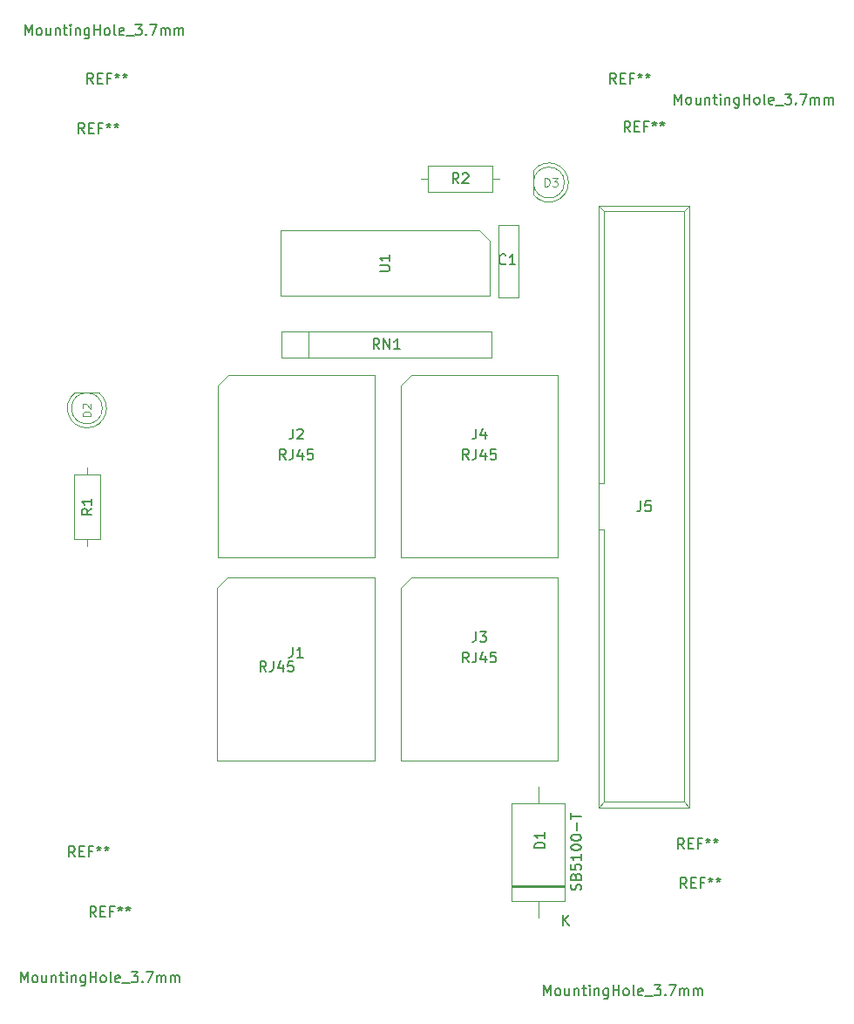
<source format=gbr>
G04 #@! TF.GenerationSoftware,KiCad,Pcbnew,(5.1.5)-3*
G04 #@! TF.CreationDate,2020-04-19T01:14:23-04:00*
G04 #@! TF.ProjectId,Pwr_Diff_Expansion,5077725f-4469-4666-965f-457870616e73,v1*
G04 #@! TF.SameCoordinates,Original*
G04 #@! TF.FileFunction,Other,Fab,Top*
%FSLAX46Y46*%
G04 Gerber Fmt 4.6, Leading zero omitted, Abs format (unit mm)*
G04 Created by KiCad (PCBNEW (5.1.5)-3) date 2020-04-19 01:14:23*
%MOMM*%
%LPD*%
G04 APERTURE LIST*
%ADD10C,0.100000*%
%ADD11C,0.120000*%
%ADD12C,0.150000*%
G04 APERTURE END LIST*
D10*
X97519000Y-93051800D02*
X97519000Y-95551800D01*
X115319000Y-93051800D02*
X94959000Y-93051800D01*
X115319000Y-95551800D02*
X115319000Y-93051800D01*
X94959000Y-95551800D02*
X115319000Y-95551800D01*
X94959000Y-93051800D02*
X94959000Y-95551800D01*
X114171000Y-83252800D02*
X115171000Y-84252800D01*
X94851000Y-83252800D02*
X114171000Y-83252800D01*
X94851000Y-89602800D02*
X94851000Y-83252800D01*
X115171000Y-89602800D02*
X94851000Y-89602800D01*
X115171000Y-84252800D02*
X115171000Y-89602800D01*
D11*
X88726000Y-98262800D02*
X89726000Y-97262800D01*
X89726000Y-97262800D02*
X104026000Y-97262800D01*
X104026000Y-97262800D02*
X104026000Y-115002800D01*
X104026000Y-115002800D02*
X88726000Y-115002800D01*
X88726000Y-115002800D02*
X88726000Y-98262800D01*
X88696000Y-117947800D02*
X89696000Y-116947800D01*
X89696000Y-116947800D02*
X103996000Y-116947800D01*
X103996000Y-116947800D02*
X103996000Y-134687800D01*
X103996000Y-134687800D02*
X88696000Y-134687800D01*
X88696000Y-134687800D02*
X88696000Y-117947800D01*
X106506000Y-117947800D02*
X107506000Y-116947800D01*
X107506000Y-116947800D02*
X121806000Y-116947800D01*
X121806000Y-116947800D02*
X121806000Y-134687800D01*
X121806000Y-134687800D02*
X106506000Y-134687800D01*
X106506000Y-134687800D02*
X106506000Y-117947800D01*
X106506000Y-98262800D02*
X107506000Y-97262800D01*
X107506000Y-97262800D02*
X121806000Y-97262800D01*
X121806000Y-97262800D02*
X121806000Y-115002800D01*
X121806000Y-115002800D02*
X106506000Y-115002800D01*
X106506000Y-115002800D02*
X106506000Y-98262800D01*
D10*
X116001000Y-82713800D02*
X116001000Y-89713800D01*
X118001000Y-82713800D02*
X116001000Y-82713800D01*
X118001000Y-89713800D02*
X118001000Y-82713800D01*
X116001000Y-89713800D02*
X118001000Y-89713800D01*
X116121000Y-78217800D02*
X115461000Y-78217800D01*
X108501000Y-78217800D02*
X109161000Y-78217800D01*
X115461000Y-76967800D02*
X109161000Y-76967800D01*
X115461000Y-79467800D02*
X115461000Y-76967800D01*
X109161000Y-79467800D02*
X115461000Y-79467800D01*
X109161000Y-76967800D02*
X109161000Y-79467800D01*
X74863524Y-99002245D02*
G75*
G03X77195190Y-99002800I1165476J-1500555D01*
G01*
X77529000Y-100502800D02*
G75*
G03X77529000Y-100502800I-1500000J0D01*
G01*
X77195190Y-99002800D02*
X74862810Y-99002800D01*
X119411445Y-79755276D02*
G75*
G03X119412000Y-77423610I1500555J1165476D01*
G01*
X122412000Y-78589800D02*
G75*
G03X122412000Y-78589800I-1500000J0D01*
G01*
X119412000Y-77423610D02*
X119412000Y-79755990D01*
X76049000Y-113882800D02*
X76049000Y-113222800D01*
X76049000Y-106262800D02*
X76049000Y-106922800D01*
X77299000Y-113222800D02*
X77299000Y-106922800D01*
X74799000Y-113222800D02*
X77299000Y-113222800D01*
X74799000Y-106922800D02*
X74799000Y-113222800D01*
X77299000Y-106922800D02*
X74799000Y-106922800D01*
X125746000Y-139277800D02*
X126296000Y-138717800D01*
X125746000Y-80817800D02*
X126296000Y-81357800D01*
X134596000Y-139277800D02*
X134046000Y-138717800D01*
X134596000Y-80817800D02*
X134046000Y-81357800D01*
X134046000Y-138717800D02*
X126296000Y-138717800D01*
X134596000Y-139277800D02*
X125746000Y-139277800D01*
X134046000Y-81357800D02*
X126296000Y-81357800D01*
X134596000Y-80817800D02*
X125746000Y-80817800D01*
X126296000Y-112297800D02*
X125746000Y-112297800D01*
X126296000Y-107797800D02*
X125746000Y-107797800D01*
X126296000Y-112297800D02*
X126296000Y-138717800D01*
X126296000Y-81357800D02*
X126296000Y-107797800D01*
X125746000Y-80817800D02*
X125746000Y-139277800D01*
X134046000Y-81357800D02*
X134046000Y-138717800D01*
X134596000Y-80817800D02*
X134596000Y-139277800D01*
X117271000Y-147002800D02*
X122471000Y-147002800D01*
X117271000Y-146802800D02*
X122471000Y-146802800D01*
X117271000Y-146902800D02*
X122471000Y-146902800D01*
X119871000Y-137227800D02*
X119871000Y-138827800D01*
X119871000Y-149927800D02*
X119871000Y-148327800D01*
X117271000Y-138827800D02*
X117271000Y-148327800D01*
X122471000Y-138827800D02*
X117271000Y-138827800D01*
X122471000Y-148327800D02*
X122471000Y-138827800D01*
X117271000Y-148327800D02*
X122471000Y-148327800D01*
D12*
X104448523Y-94754180D02*
X104115190Y-94277990D01*
X103877095Y-94754180D02*
X103877095Y-93754180D01*
X104258047Y-93754180D01*
X104353285Y-93801800D01*
X104400904Y-93849419D01*
X104448523Y-93944657D01*
X104448523Y-94087514D01*
X104400904Y-94182752D01*
X104353285Y-94230371D01*
X104258047Y-94277990D01*
X103877095Y-94277990D01*
X104877095Y-94754180D02*
X104877095Y-93754180D01*
X105448523Y-94754180D01*
X105448523Y-93754180D01*
X106448523Y-94754180D02*
X105877095Y-94754180D01*
X106162809Y-94754180D02*
X106162809Y-93754180D01*
X106067571Y-93897038D01*
X105972333Y-93992276D01*
X105877095Y-94039895D01*
X104463380Y-87189704D02*
X105272904Y-87189704D01*
X105368142Y-87142085D01*
X105415761Y-87094466D01*
X105463380Y-86999228D01*
X105463380Y-86808752D01*
X105415761Y-86713514D01*
X105368142Y-86665895D01*
X105272904Y-86618276D01*
X104463380Y-86618276D01*
X105463380Y-85618276D02*
X105463380Y-86189704D01*
X105463380Y-85903990D02*
X104463380Y-85903990D01*
X104606238Y-85999228D01*
X104701476Y-86094466D01*
X104749095Y-86189704D01*
X95352190Y-105485180D02*
X95018857Y-105008990D01*
X94780761Y-105485180D02*
X94780761Y-104485180D01*
X95161714Y-104485180D01*
X95256952Y-104532800D01*
X95304571Y-104580419D01*
X95352190Y-104675657D01*
X95352190Y-104818514D01*
X95304571Y-104913752D01*
X95256952Y-104961371D01*
X95161714Y-105008990D01*
X94780761Y-105008990D01*
X96066476Y-104485180D02*
X96066476Y-105199466D01*
X96018857Y-105342323D01*
X95923619Y-105437561D01*
X95780761Y-105485180D01*
X95685523Y-105485180D01*
X96971238Y-104818514D02*
X96971238Y-105485180D01*
X96733142Y-104437561D02*
X96495047Y-105151847D01*
X97114095Y-105151847D01*
X97971238Y-104485180D02*
X97495047Y-104485180D01*
X97447428Y-104961371D01*
X97495047Y-104913752D01*
X97590285Y-104866133D01*
X97828380Y-104866133D01*
X97923619Y-104913752D01*
X97971238Y-104961371D01*
X98018857Y-105056609D01*
X98018857Y-105294704D01*
X97971238Y-105389942D01*
X97923619Y-105437561D01*
X97828380Y-105485180D01*
X97590285Y-105485180D01*
X97495047Y-105437561D01*
X97447428Y-105389942D01*
X96042666Y-102485180D02*
X96042666Y-103199466D01*
X95995047Y-103342323D01*
X95899809Y-103437561D01*
X95756952Y-103485180D01*
X95661714Y-103485180D01*
X96471238Y-102580419D02*
X96518857Y-102532800D01*
X96614095Y-102485180D01*
X96852190Y-102485180D01*
X96947428Y-102532800D01*
X96995047Y-102580419D01*
X97042666Y-102675657D01*
X97042666Y-102770895D01*
X96995047Y-102913752D01*
X96423619Y-103485180D01*
X97042666Y-103485180D01*
X93447190Y-126050180D02*
X93113857Y-125573990D01*
X92875761Y-126050180D02*
X92875761Y-125050180D01*
X93256714Y-125050180D01*
X93351952Y-125097800D01*
X93399571Y-125145419D01*
X93447190Y-125240657D01*
X93447190Y-125383514D01*
X93399571Y-125478752D01*
X93351952Y-125526371D01*
X93256714Y-125573990D01*
X92875761Y-125573990D01*
X94161476Y-125050180D02*
X94161476Y-125764466D01*
X94113857Y-125907323D01*
X94018619Y-126002561D01*
X93875761Y-126050180D01*
X93780523Y-126050180D01*
X95066238Y-125383514D02*
X95066238Y-126050180D01*
X94828142Y-125002561D02*
X94590047Y-125716847D01*
X95209095Y-125716847D01*
X96066238Y-125050180D02*
X95590047Y-125050180D01*
X95542428Y-125526371D01*
X95590047Y-125478752D01*
X95685285Y-125431133D01*
X95923380Y-125431133D01*
X96018619Y-125478752D01*
X96066238Y-125526371D01*
X96113857Y-125621609D01*
X96113857Y-125859704D01*
X96066238Y-125954942D01*
X96018619Y-126002561D01*
X95923380Y-126050180D01*
X95685285Y-126050180D01*
X95590047Y-126002561D01*
X95542428Y-125954942D01*
X96012666Y-123670180D02*
X96012666Y-124384466D01*
X95965047Y-124527323D01*
X95869809Y-124622561D01*
X95726952Y-124670180D01*
X95631714Y-124670180D01*
X97012666Y-124670180D02*
X96441238Y-124670180D01*
X96726952Y-124670180D02*
X96726952Y-123670180D01*
X96631714Y-123813038D01*
X96536476Y-123908276D01*
X96441238Y-123955895D01*
X127427666Y-68972180D02*
X127094333Y-68495990D01*
X126856238Y-68972180D02*
X126856238Y-67972180D01*
X127237190Y-67972180D01*
X127332428Y-68019800D01*
X127380047Y-68067419D01*
X127427666Y-68162657D01*
X127427666Y-68305514D01*
X127380047Y-68400752D01*
X127332428Y-68448371D01*
X127237190Y-68495990D01*
X126856238Y-68495990D01*
X127856238Y-68448371D02*
X128189571Y-68448371D01*
X128332428Y-68972180D02*
X127856238Y-68972180D01*
X127856238Y-67972180D01*
X128332428Y-67972180D01*
X129094333Y-68448371D02*
X128761000Y-68448371D01*
X128761000Y-68972180D02*
X128761000Y-67972180D01*
X129237190Y-67972180D01*
X129761000Y-67972180D02*
X129761000Y-68210276D01*
X129522904Y-68115038D02*
X129761000Y-68210276D01*
X129999095Y-68115038D01*
X129618142Y-68400752D02*
X129761000Y-68210276D01*
X129903857Y-68400752D01*
X130522904Y-67972180D02*
X130522904Y-68210276D01*
X130284809Y-68115038D02*
X130522904Y-68210276D01*
X130761000Y-68115038D01*
X130380047Y-68400752D02*
X130522904Y-68210276D01*
X130665761Y-68400752D01*
X133145523Y-70997180D02*
X133145523Y-69997180D01*
X133478857Y-70711466D01*
X133812190Y-69997180D01*
X133812190Y-70997180D01*
X134431238Y-70997180D02*
X134336000Y-70949561D01*
X134288380Y-70901942D01*
X134240761Y-70806704D01*
X134240761Y-70520990D01*
X134288380Y-70425752D01*
X134336000Y-70378133D01*
X134431238Y-70330514D01*
X134574095Y-70330514D01*
X134669333Y-70378133D01*
X134716952Y-70425752D01*
X134764571Y-70520990D01*
X134764571Y-70806704D01*
X134716952Y-70901942D01*
X134669333Y-70949561D01*
X134574095Y-70997180D01*
X134431238Y-70997180D01*
X135621714Y-70330514D02*
X135621714Y-70997180D01*
X135193142Y-70330514D02*
X135193142Y-70854323D01*
X135240761Y-70949561D01*
X135336000Y-70997180D01*
X135478857Y-70997180D01*
X135574095Y-70949561D01*
X135621714Y-70901942D01*
X136097904Y-70330514D02*
X136097904Y-70997180D01*
X136097904Y-70425752D02*
X136145523Y-70378133D01*
X136240761Y-70330514D01*
X136383619Y-70330514D01*
X136478857Y-70378133D01*
X136526476Y-70473371D01*
X136526476Y-70997180D01*
X136859809Y-70330514D02*
X137240761Y-70330514D01*
X137002666Y-69997180D02*
X137002666Y-70854323D01*
X137050285Y-70949561D01*
X137145523Y-70997180D01*
X137240761Y-70997180D01*
X137574095Y-70997180D02*
X137574095Y-70330514D01*
X137574095Y-69997180D02*
X137526476Y-70044800D01*
X137574095Y-70092419D01*
X137621714Y-70044800D01*
X137574095Y-69997180D01*
X137574095Y-70092419D01*
X138050285Y-70330514D02*
X138050285Y-70997180D01*
X138050285Y-70425752D02*
X138097904Y-70378133D01*
X138193142Y-70330514D01*
X138336000Y-70330514D01*
X138431238Y-70378133D01*
X138478857Y-70473371D01*
X138478857Y-70997180D01*
X139383619Y-70330514D02*
X139383619Y-71140038D01*
X139336000Y-71235276D01*
X139288380Y-71282895D01*
X139193142Y-71330514D01*
X139050285Y-71330514D01*
X138955047Y-71282895D01*
X139383619Y-70949561D02*
X139288380Y-70997180D01*
X139097904Y-70997180D01*
X139002666Y-70949561D01*
X138955047Y-70901942D01*
X138907428Y-70806704D01*
X138907428Y-70520990D01*
X138955047Y-70425752D01*
X139002666Y-70378133D01*
X139097904Y-70330514D01*
X139288380Y-70330514D01*
X139383619Y-70378133D01*
X139859809Y-70997180D02*
X139859809Y-69997180D01*
X139859809Y-70473371D02*
X140431238Y-70473371D01*
X140431238Y-70997180D02*
X140431238Y-69997180D01*
X141050285Y-70997180D02*
X140955047Y-70949561D01*
X140907428Y-70901942D01*
X140859809Y-70806704D01*
X140859809Y-70520990D01*
X140907428Y-70425752D01*
X140955047Y-70378133D01*
X141050285Y-70330514D01*
X141193142Y-70330514D01*
X141288380Y-70378133D01*
X141336000Y-70425752D01*
X141383619Y-70520990D01*
X141383619Y-70806704D01*
X141336000Y-70901942D01*
X141288380Y-70949561D01*
X141193142Y-70997180D01*
X141050285Y-70997180D01*
X141955047Y-70997180D02*
X141859809Y-70949561D01*
X141812190Y-70854323D01*
X141812190Y-69997180D01*
X142716952Y-70949561D02*
X142621714Y-70997180D01*
X142431238Y-70997180D01*
X142336000Y-70949561D01*
X142288380Y-70854323D01*
X142288380Y-70473371D01*
X142336000Y-70378133D01*
X142431238Y-70330514D01*
X142621714Y-70330514D01*
X142716952Y-70378133D01*
X142764571Y-70473371D01*
X142764571Y-70568609D01*
X142288380Y-70663847D01*
X142955047Y-71092419D02*
X143716952Y-71092419D01*
X143859809Y-69997180D02*
X144478857Y-69997180D01*
X144145523Y-70378133D01*
X144288380Y-70378133D01*
X144383619Y-70425752D01*
X144431238Y-70473371D01*
X144478857Y-70568609D01*
X144478857Y-70806704D01*
X144431238Y-70901942D01*
X144383619Y-70949561D01*
X144288380Y-70997180D01*
X144002666Y-70997180D01*
X143907428Y-70949561D01*
X143859809Y-70901942D01*
X144907428Y-70901942D02*
X144955047Y-70949561D01*
X144907428Y-70997180D01*
X144859809Y-70949561D01*
X144907428Y-70901942D01*
X144907428Y-70997180D01*
X145288380Y-69997180D02*
X145955047Y-69997180D01*
X145526476Y-70997180D01*
X146336000Y-70997180D02*
X146336000Y-70330514D01*
X146336000Y-70425752D02*
X146383619Y-70378133D01*
X146478857Y-70330514D01*
X146621714Y-70330514D01*
X146716952Y-70378133D01*
X146764571Y-70473371D01*
X146764571Y-70997180D01*
X146764571Y-70473371D02*
X146812190Y-70378133D01*
X146907428Y-70330514D01*
X147050285Y-70330514D01*
X147145523Y-70378133D01*
X147193142Y-70473371D01*
X147193142Y-70997180D01*
X147669333Y-70997180D02*
X147669333Y-70330514D01*
X147669333Y-70425752D02*
X147716952Y-70378133D01*
X147812190Y-70330514D01*
X147955047Y-70330514D01*
X148050285Y-70378133D01*
X148097904Y-70473371D01*
X148097904Y-70997180D01*
X148097904Y-70473371D02*
X148145523Y-70378133D01*
X148240761Y-70330514D01*
X148383619Y-70330514D01*
X148478857Y-70378133D01*
X148526476Y-70473371D01*
X148526476Y-70997180D01*
X128827666Y-73672180D02*
X128494333Y-73195990D01*
X128256238Y-73672180D02*
X128256238Y-72672180D01*
X128637190Y-72672180D01*
X128732428Y-72719800D01*
X128780047Y-72767419D01*
X128827666Y-72862657D01*
X128827666Y-73005514D01*
X128780047Y-73100752D01*
X128732428Y-73148371D01*
X128637190Y-73195990D01*
X128256238Y-73195990D01*
X129256238Y-73148371D02*
X129589571Y-73148371D01*
X129732428Y-73672180D02*
X129256238Y-73672180D01*
X129256238Y-72672180D01*
X129732428Y-72672180D01*
X130494333Y-73148371D02*
X130161000Y-73148371D01*
X130161000Y-73672180D02*
X130161000Y-72672180D01*
X130637190Y-72672180D01*
X131161000Y-72672180D02*
X131161000Y-72910276D01*
X130922904Y-72815038D02*
X131161000Y-72910276D01*
X131399095Y-72815038D01*
X131018142Y-73100752D02*
X131161000Y-72910276D01*
X131303857Y-73100752D01*
X131922904Y-72672180D02*
X131922904Y-72910276D01*
X131684809Y-72815038D02*
X131922904Y-72910276D01*
X132161000Y-72815038D01*
X131780047Y-73100752D02*
X131922904Y-72910276D01*
X132065761Y-73100752D01*
X113132190Y-125170180D02*
X112798857Y-124693990D01*
X112560761Y-125170180D02*
X112560761Y-124170180D01*
X112941714Y-124170180D01*
X113036952Y-124217800D01*
X113084571Y-124265419D01*
X113132190Y-124360657D01*
X113132190Y-124503514D01*
X113084571Y-124598752D01*
X113036952Y-124646371D01*
X112941714Y-124693990D01*
X112560761Y-124693990D01*
X113846476Y-124170180D02*
X113846476Y-124884466D01*
X113798857Y-125027323D01*
X113703619Y-125122561D01*
X113560761Y-125170180D01*
X113465523Y-125170180D01*
X114751238Y-124503514D02*
X114751238Y-125170180D01*
X114513142Y-124122561D02*
X114275047Y-124836847D01*
X114894095Y-124836847D01*
X115751238Y-124170180D02*
X115275047Y-124170180D01*
X115227428Y-124646371D01*
X115275047Y-124598752D01*
X115370285Y-124551133D01*
X115608380Y-124551133D01*
X115703619Y-124598752D01*
X115751238Y-124646371D01*
X115798857Y-124741609D01*
X115798857Y-124979704D01*
X115751238Y-125074942D01*
X115703619Y-125122561D01*
X115608380Y-125170180D01*
X115370285Y-125170180D01*
X115275047Y-125122561D01*
X115227428Y-125074942D01*
X113822666Y-122170180D02*
X113822666Y-122884466D01*
X113775047Y-123027323D01*
X113679809Y-123122561D01*
X113536952Y-123170180D01*
X113441714Y-123170180D01*
X114203619Y-122170180D02*
X114822666Y-122170180D01*
X114489333Y-122551133D01*
X114632190Y-122551133D01*
X114727428Y-122598752D01*
X114775047Y-122646371D01*
X114822666Y-122741609D01*
X114822666Y-122979704D01*
X114775047Y-123074942D01*
X114727428Y-123122561D01*
X114632190Y-123170180D01*
X114346476Y-123170180D01*
X114251238Y-123122561D01*
X114203619Y-123074942D01*
X113132190Y-105485180D02*
X112798857Y-105008990D01*
X112560761Y-105485180D02*
X112560761Y-104485180D01*
X112941714Y-104485180D01*
X113036952Y-104532800D01*
X113084571Y-104580419D01*
X113132190Y-104675657D01*
X113132190Y-104818514D01*
X113084571Y-104913752D01*
X113036952Y-104961371D01*
X112941714Y-105008990D01*
X112560761Y-105008990D01*
X113846476Y-104485180D02*
X113846476Y-105199466D01*
X113798857Y-105342323D01*
X113703619Y-105437561D01*
X113560761Y-105485180D01*
X113465523Y-105485180D01*
X114751238Y-104818514D02*
X114751238Y-105485180D01*
X114513142Y-104437561D02*
X114275047Y-105151847D01*
X114894095Y-105151847D01*
X115751238Y-104485180D02*
X115275047Y-104485180D01*
X115227428Y-104961371D01*
X115275047Y-104913752D01*
X115370285Y-104866133D01*
X115608380Y-104866133D01*
X115703619Y-104913752D01*
X115751238Y-104961371D01*
X115798857Y-105056609D01*
X115798857Y-105294704D01*
X115751238Y-105389942D01*
X115703619Y-105437561D01*
X115608380Y-105485180D01*
X115370285Y-105485180D01*
X115275047Y-105437561D01*
X115227428Y-105389942D01*
X113822666Y-102485180D02*
X113822666Y-103199466D01*
X113775047Y-103342323D01*
X113679809Y-103437561D01*
X113536952Y-103485180D01*
X113441714Y-103485180D01*
X114727428Y-102818514D02*
X114727428Y-103485180D01*
X114489333Y-102437561D02*
X114251238Y-103151847D01*
X114870285Y-103151847D01*
X76627666Y-68972180D02*
X76294333Y-68495990D01*
X76056238Y-68972180D02*
X76056238Y-67972180D01*
X76437190Y-67972180D01*
X76532428Y-68019800D01*
X76580047Y-68067419D01*
X76627666Y-68162657D01*
X76627666Y-68305514D01*
X76580047Y-68400752D01*
X76532428Y-68448371D01*
X76437190Y-68495990D01*
X76056238Y-68495990D01*
X77056238Y-68448371D02*
X77389571Y-68448371D01*
X77532428Y-68972180D02*
X77056238Y-68972180D01*
X77056238Y-67972180D01*
X77532428Y-67972180D01*
X78294333Y-68448371D02*
X77961000Y-68448371D01*
X77961000Y-68972180D02*
X77961000Y-67972180D01*
X78437190Y-67972180D01*
X78961000Y-67972180D02*
X78961000Y-68210276D01*
X78722904Y-68115038D02*
X78961000Y-68210276D01*
X79199095Y-68115038D01*
X78818142Y-68400752D02*
X78961000Y-68210276D01*
X79103857Y-68400752D01*
X79722904Y-67972180D02*
X79722904Y-68210276D01*
X79484809Y-68115038D02*
X79722904Y-68210276D01*
X79961000Y-68115038D01*
X79580047Y-68400752D02*
X79722904Y-68210276D01*
X79865761Y-68400752D01*
X70016523Y-64274180D02*
X70016523Y-63274180D01*
X70349857Y-63988466D01*
X70683190Y-63274180D01*
X70683190Y-64274180D01*
X71302238Y-64274180D02*
X71207000Y-64226561D01*
X71159380Y-64178942D01*
X71111761Y-64083704D01*
X71111761Y-63797990D01*
X71159380Y-63702752D01*
X71207000Y-63655133D01*
X71302238Y-63607514D01*
X71445095Y-63607514D01*
X71540333Y-63655133D01*
X71587952Y-63702752D01*
X71635571Y-63797990D01*
X71635571Y-64083704D01*
X71587952Y-64178942D01*
X71540333Y-64226561D01*
X71445095Y-64274180D01*
X71302238Y-64274180D01*
X72492714Y-63607514D02*
X72492714Y-64274180D01*
X72064142Y-63607514D02*
X72064142Y-64131323D01*
X72111761Y-64226561D01*
X72207000Y-64274180D01*
X72349857Y-64274180D01*
X72445095Y-64226561D01*
X72492714Y-64178942D01*
X72968904Y-63607514D02*
X72968904Y-64274180D01*
X72968904Y-63702752D02*
X73016523Y-63655133D01*
X73111761Y-63607514D01*
X73254619Y-63607514D01*
X73349857Y-63655133D01*
X73397476Y-63750371D01*
X73397476Y-64274180D01*
X73730809Y-63607514D02*
X74111761Y-63607514D01*
X73873666Y-63274180D02*
X73873666Y-64131323D01*
X73921285Y-64226561D01*
X74016523Y-64274180D01*
X74111761Y-64274180D01*
X74445095Y-64274180D02*
X74445095Y-63607514D01*
X74445095Y-63274180D02*
X74397476Y-63321800D01*
X74445095Y-63369419D01*
X74492714Y-63321800D01*
X74445095Y-63274180D01*
X74445095Y-63369419D01*
X74921285Y-63607514D02*
X74921285Y-64274180D01*
X74921285Y-63702752D02*
X74968904Y-63655133D01*
X75064142Y-63607514D01*
X75207000Y-63607514D01*
X75302238Y-63655133D01*
X75349857Y-63750371D01*
X75349857Y-64274180D01*
X76254619Y-63607514D02*
X76254619Y-64417038D01*
X76207000Y-64512276D01*
X76159380Y-64559895D01*
X76064142Y-64607514D01*
X75921285Y-64607514D01*
X75826047Y-64559895D01*
X76254619Y-64226561D02*
X76159380Y-64274180D01*
X75968904Y-64274180D01*
X75873666Y-64226561D01*
X75826047Y-64178942D01*
X75778428Y-64083704D01*
X75778428Y-63797990D01*
X75826047Y-63702752D01*
X75873666Y-63655133D01*
X75968904Y-63607514D01*
X76159380Y-63607514D01*
X76254619Y-63655133D01*
X76730809Y-64274180D02*
X76730809Y-63274180D01*
X76730809Y-63750371D02*
X77302238Y-63750371D01*
X77302238Y-64274180D02*
X77302238Y-63274180D01*
X77921285Y-64274180D02*
X77826047Y-64226561D01*
X77778428Y-64178942D01*
X77730809Y-64083704D01*
X77730809Y-63797990D01*
X77778428Y-63702752D01*
X77826047Y-63655133D01*
X77921285Y-63607514D01*
X78064142Y-63607514D01*
X78159380Y-63655133D01*
X78207000Y-63702752D01*
X78254619Y-63797990D01*
X78254619Y-64083704D01*
X78207000Y-64178942D01*
X78159380Y-64226561D01*
X78064142Y-64274180D01*
X77921285Y-64274180D01*
X78826047Y-64274180D02*
X78730809Y-64226561D01*
X78683190Y-64131323D01*
X78683190Y-63274180D01*
X79587952Y-64226561D02*
X79492714Y-64274180D01*
X79302238Y-64274180D01*
X79207000Y-64226561D01*
X79159380Y-64131323D01*
X79159380Y-63750371D01*
X79207000Y-63655133D01*
X79302238Y-63607514D01*
X79492714Y-63607514D01*
X79587952Y-63655133D01*
X79635571Y-63750371D01*
X79635571Y-63845609D01*
X79159380Y-63940847D01*
X79826047Y-64369419D02*
X80587952Y-64369419D01*
X80730809Y-63274180D02*
X81349857Y-63274180D01*
X81016523Y-63655133D01*
X81159380Y-63655133D01*
X81254619Y-63702752D01*
X81302238Y-63750371D01*
X81349857Y-63845609D01*
X81349857Y-64083704D01*
X81302238Y-64178942D01*
X81254619Y-64226561D01*
X81159380Y-64274180D01*
X80873666Y-64274180D01*
X80778428Y-64226561D01*
X80730809Y-64178942D01*
X81778428Y-64178942D02*
X81826047Y-64226561D01*
X81778428Y-64274180D01*
X81730809Y-64226561D01*
X81778428Y-64178942D01*
X81778428Y-64274180D01*
X82159380Y-63274180D02*
X82826047Y-63274180D01*
X82397476Y-64274180D01*
X83206999Y-64274180D02*
X83206999Y-63607514D01*
X83206999Y-63702752D02*
X83254619Y-63655133D01*
X83349857Y-63607514D01*
X83492714Y-63607514D01*
X83587952Y-63655133D01*
X83635571Y-63750371D01*
X83635571Y-64274180D01*
X83635571Y-63750371D02*
X83683190Y-63655133D01*
X83778428Y-63607514D01*
X83921285Y-63607514D01*
X84016523Y-63655133D01*
X84064142Y-63750371D01*
X84064142Y-64274180D01*
X84540333Y-64274180D02*
X84540333Y-63607514D01*
X84540333Y-63702752D02*
X84587952Y-63655133D01*
X84683190Y-63607514D01*
X84826047Y-63607514D01*
X84921285Y-63655133D01*
X84968904Y-63750371D01*
X84968904Y-64274180D01*
X84968904Y-63750371D02*
X85016523Y-63655133D01*
X85111761Y-63607514D01*
X85254619Y-63607514D01*
X85349857Y-63655133D01*
X85397476Y-63750371D01*
X85397476Y-64274180D01*
X75797666Y-73820180D02*
X75464333Y-73343990D01*
X75226238Y-73820180D02*
X75226238Y-72820180D01*
X75607190Y-72820180D01*
X75702428Y-72867800D01*
X75750047Y-72915419D01*
X75797666Y-73010657D01*
X75797666Y-73153514D01*
X75750047Y-73248752D01*
X75702428Y-73296371D01*
X75607190Y-73343990D01*
X75226238Y-73343990D01*
X76226238Y-73296371D02*
X76559571Y-73296371D01*
X76702428Y-73820180D02*
X76226238Y-73820180D01*
X76226238Y-72820180D01*
X76702428Y-72820180D01*
X77464333Y-73296371D02*
X77131000Y-73296371D01*
X77131000Y-73820180D02*
X77131000Y-72820180D01*
X77607190Y-72820180D01*
X78131000Y-72820180D02*
X78131000Y-73058276D01*
X77892904Y-72963038D02*
X78131000Y-73058276D01*
X78369095Y-72963038D01*
X77988142Y-73248752D02*
X78131000Y-73058276D01*
X78273857Y-73248752D01*
X78892904Y-72820180D02*
X78892904Y-73058276D01*
X78654809Y-72963038D02*
X78892904Y-73058276D01*
X79131000Y-72963038D01*
X78750047Y-73248752D02*
X78892904Y-73058276D01*
X79035761Y-73248752D01*
X134285666Y-147078180D02*
X133952333Y-146601990D01*
X133714238Y-147078180D02*
X133714238Y-146078180D01*
X134095190Y-146078180D01*
X134190428Y-146125800D01*
X134238047Y-146173419D01*
X134285666Y-146268657D01*
X134285666Y-146411514D01*
X134238047Y-146506752D01*
X134190428Y-146554371D01*
X134095190Y-146601990D01*
X133714238Y-146601990D01*
X134714238Y-146554371D02*
X135047571Y-146554371D01*
X135190428Y-147078180D02*
X134714238Y-147078180D01*
X134714238Y-146078180D01*
X135190428Y-146078180D01*
X135952333Y-146554371D02*
X135619000Y-146554371D01*
X135619000Y-147078180D02*
X135619000Y-146078180D01*
X136095190Y-146078180D01*
X136619000Y-146078180D02*
X136619000Y-146316276D01*
X136380904Y-146221038D02*
X136619000Y-146316276D01*
X136857095Y-146221038D01*
X136476142Y-146506752D02*
X136619000Y-146316276D01*
X136761857Y-146506752D01*
X137380904Y-146078180D02*
X137380904Y-146316276D01*
X137142809Y-146221038D02*
X137380904Y-146316276D01*
X137619000Y-146221038D01*
X137238047Y-146506752D02*
X137380904Y-146316276D01*
X137523761Y-146506752D01*
X120435523Y-157492180D02*
X120435523Y-156492180D01*
X120768857Y-157206466D01*
X121102190Y-156492180D01*
X121102190Y-157492180D01*
X121721238Y-157492180D02*
X121626000Y-157444561D01*
X121578380Y-157396942D01*
X121530761Y-157301704D01*
X121530761Y-157015990D01*
X121578380Y-156920752D01*
X121626000Y-156873133D01*
X121721238Y-156825514D01*
X121864095Y-156825514D01*
X121959333Y-156873133D01*
X122006952Y-156920752D01*
X122054571Y-157015990D01*
X122054571Y-157301704D01*
X122006952Y-157396942D01*
X121959333Y-157444561D01*
X121864095Y-157492180D01*
X121721238Y-157492180D01*
X122911714Y-156825514D02*
X122911714Y-157492180D01*
X122483142Y-156825514D02*
X122483142Y-157349323D01*
X122530761Y-157444561D01*
X122626000Y-157492180D01*
X122768857Y-157492180D01*
X122864095Y-157444561D01*
X122911714Y-157396942D01*
X123387904Y-156825514D02*
X123387904Y-157492180D01*
X123387904Y-156920752D02*
X123435523Y-156873133D01*
X123530761Y-156825514D01*
X123673619Y-156825514D01*
X123768857Y-156873133D01*
X123816476Y-156968371D01*
X123816476Y-157492180D01*
X124149809Y-156825514D02*
X124530761Y-156825514D01*
X124292666Y-156492180D02*
X124292666Y-157349323D01*
X124340285Y-157444561D01*
X124435523Y-157492180D01*
X124530761Y-157492180D01*
X124864095Y-157492180D02*
X124864095Y-156825514D01*
X124864095Y-156492180D02*
X124816476Y-156539800D01*
X124864095Y-156587419D01*
X124911714Y-156539800D01*
X124864095Y-156492180D01*
X124864095Y-156587419D01*
X125340285Y-156825514D02*
X125340285Y-157492180D01*
X125340285Y-156920752D02*
X125387904Y-156873133D01*
X125483142Y-156825514D01*
X125626000Y-156825514D01*
X125721238Y-156873133D01*
X125768857Y-156968371D01*
X125768857Y-157492180D01*
X126673619Y-156825514D02*
X126673619Y-157635038D01*
X126626000Y-157730276D01*
X126578380Y-157777895D01*
X126483142Y-157825514D01*
X126340285Y-157825514D01*
X126245047Y-157777895D01*
X126673619Y-157444561D02*
X126578380Y-157492180D01*
X126387904Y-157492180D01*
X126292666Y-157444561D01*
X126245047Y-157396942D01*
X126197428Y-157301704D01*
X126197428Y-157015990D01*
X126245047Y-156920752D01*
X126292666Y-156873133D01*
X126387904Y-156825514D01*
X126578380Y-156825514D01*
X126673619Y-156873133D01*
X127149809Y-157492180D02*
X127149809Y-156492180D01*
X127149809Y-156968371D02*
X127721238Y-156968371D01*
X127721238Y-157492180D02*
X127721238Y-156492180D01*
X128340285Y-157492180D02*
X128245047Y-157444561D01*
X128197428Y-157396942D01*
X128149809Y-157301704D01*
X128149809Y-157015990D01*
X128197428Y-156920752D01*
X128245047Y-156873133D01*
X128340285Y-156825514D01*
X128483142Y-156825514D01*
X128578380Y-156873133D01*
X128626000Y-156920752D01*
X128673619Y-157015990D01*
X128673619Y-157301704D01*
X128626000Y-157396942D01*
X128578380Y-157444561D01*
X128483142Y-157492180D01*
X128340285Y-157492180D01*
X129245047Y-157492180D02*
X129149809Y-157444561D01*
X129102190Y-157349323D01*
X129102190Y-156492180D01*
X130006952Y-157444561D02*
X129911714Y-157492180D01*
X129721238Y-157492180D01*
X129626000Y-157444561D01*
X129578380Y-157349323D01*
X129578380Y-156968371D01*
X129626000Y-156873133D01*
X129721238Y-156825514D01*
X129911714Y-156825514D01*
X130006952Y-156873133D01*
X130054571Y-156968371D01*
X130054571Y-157063609D01*
X129578380Y-157158847D01*
X130245047Y-157587419D02*
X131006952Y-157587419D01*
X131149809Y-156492180D02*
X131768857Y-156492180D01*
X131435523Y-156873133D01*
X131578380Y-156873133D01*
X131673619Y-156920752D01*
X131721238Y-156968371D01*
X131768857Y-157063609D01*
X131768857Y-157301704D01*
X131721238Y-157396942D01*
X131673619Y-157444561D01*
X131578380Y-157492180D01*
X131292666Y-157492180D01*
X131197428Y-157444561D01*
X131149809Y-157396942D01*
X132197428Y-157396942D02*
X132245047Y-157444561D01*
X132197428Y-157492180D01*
X132149809Y-157444561D01*
X132197428Y-157396942D01*
X132197428Y-157492180D01*
X132578380Y-156492180D02*
X133245047Y-156492180D01*
X132816476Y-157492180D01*
X133625999Y-157492180D02*
X133625999Y-156825514D01*
X133625999Y-156920752D02*
X133673619Y-156873133D01*
X133768857Y-156825514D01*
X133911714Y-156825514D01*
X134006952Y-156873133D01*
X134054571Y-156968371D01*
X134054571Y-157492180D01*
X134054571Y-156968371D02*
X134102190Y-156873133D01*
X134197428Y-156825514D01*
X134340285Y-156825514D01*
X134435523Y-156873133D01*
X134483142Y-156968371D01*
X134483142Y-157492180D01*
X134959333Y-157492180D02*
X134959333Y-156825514D01*
X134959333Y-156920752D02*
X135006952Y-156873133D01*
X135102190Y-156825514D01*
X135245047Y-156825514D01*
X135340285Y-156873133D01*
X135387904Y-156968371D01*
X135387904Y-157492180D01*
X135387904Y-156968371D02*
X135435523Y-156873133D01*
X135530761Y-156825514D01*
X135673619Y-156825514D01*
X135768857Y-156873133D01*
X135816476Y-156968371D01*
X135816476Y-157492180D01*
X134031666Y-143268180D02*
X133698333Y-142791990D01*
X133460238Y-143268180D02*
X133460238Y-142268180D01*
X133841190Y-142268180D01*
X133936428Y-142315800D01*
X133984047Y-142363419D01*
X134031666Y-142458657D01*
X134031666Y-142601514D01*
X133984047Y-142696752D01*
X133936428Y-142744371D01*
X133841190Y-142791990D01*
X133460238Y-142791990D01*
X134460238Y-142744371D02*
X134793571Y-142744371D01*
X134936428Y-143268180D02*
X134460238Y-143268180D01*
X134460238Y-142268180D01*
X134936428Y-142268180D01*
X135698333Y-142744371D02*
X135365000Y-142744371D01*
X135365000Y-143268180D02*
X135365000Y-142268180D01*
X135841190Y-142268180D01*
X136365000Y-142268180D02*
X136365000Y-142506276D01*
X136126904Y-142411038D02*
X136365000Y-142506276D01*
X136603095Y-142411038D01*
X136222142Y-142696752D02*
X136365000Y-142506276D01*
X136507857Y-142696752D01*
X137126904Y-142268180D02*
X137126904Y-142506276D01*
X136888809Y-142411038D02*
X137126904Y-142506276D01*
X137365000Y-142411038D01*
X136984047Y-142696752D02*
X137126904Y-142506276D01*
X137269761Y-142696752D01*
X74849666Y-144030180D02*
X74516333Y-143553990D01*
X74278238Y-144030180D02*
X74278238Y-143030180D01*
X74659190Y-143030180D01*
X74754428Y-143077800D01*
X74802047Y-143125419D01*
X74849666Y-143220657D01*
X74849666Y-143363514D01*
X74802047Y-143458752D01*
X74754428Y-143506371D01*
X74659190Y-143553990D01*
X74278238Y-143553990D01*
X75278238Y-143506371D02*
X75611571Y-143506371D01*
X75754428Y-144030180D02*
X75278238Y-144030180D01*
X75278238Y-143030180D01*
X75754428Y-143030180D01*
X76516333Y-143506371D02*
X76183000Y-143506371D01*
X76183000Y-144030180D02*
X76183000Y-143030180D01*
X76659190Y-143030180D01*
X77183000Y-143030180D02*
X77183000Y-143268276D01*
X76944904Y-143173038D02*
X77183000Y-143268276D01*
X77421095Y-143173038D01*
X77040142Y-143458752D02*
X77183000Y-143268276D01*
X77325857Y-143458752D01*
X77944904Y-143030180D02*
X77944904Y-143268276D01*
X77706809Y-143173038D02*
X77944904Y-143268276D01*
X78183000Y-143173038D01*
X77802047Y-143458752D02*
X77944904Y-143268276D01*
X78087761Y-143458752D01*
X69635523Y-156222180D02*
X69635523Y-155222180D01*
X69968857Y-155936466D01*
X70302190Y-155222180D01*
X70302190Y-156222180D01*
X70921238Y-156222180D02*
X70826000Y-156174561D01*
X70778380Y-156126942D01*
X70730761Y-156031704D01*
X70730761Y-155745990D01*
X70778380Y-155650752D01*
X70826000Y-155603133D01*
X70921238Y-155555514D01*
X71064095Y-155555514D01*
X71159333Y-155603133D01*
X71206952Y-155650752D01*
X71254571Y-155745990D01*
X71254571Y-156031704D01*
X71206952Y-156126942D01*
X71159333Y-156174561D01*
X71064095Y-156222180D01*
X70921238Y-156222180D01*
X72111714Y-155555514D02*
X72111714Y-156222180D01*
X71683142Y-155555514D02*
X71683142Y-156079323D01*
X71730761Y-156174561D01*
X71826000Y-156222180D01*
X71968857Y-156222180D01*
X72064095Y-156174561D01*
X72111714Y-156126942D01*
X72587904Y-155555514D02*
X72587904Y-156222180D01*
X72587904Y-155650752D02*
X72635523Y-155603133D01*
X72730761Y-155555514D01*
X72873619Y-155555514D01*
X72968857Y-155603133D01*
X73016476Y-155698371D01*
X73016476Y-156222180D01*
X73349809Y-155555514D02*
X73730761Y-155555514D01*
X73492666Y-155222180D02*
X73492666Y-156079323D01*
X73540285Y-156174561D01*
X73635523Y-156222180D01*
X73730761Y-156222180D01*
X74064095Y-156222180D02*
X74064095Y-155555514D01*
X74064095Y-155222180D02*
X74016476Y-155269800D01*
X74064095Y-155317419D01*
X74111714Y-155269800D01*
X74064095Y-155222180D01*
X74064095Y-155317419D01*
X74540285Y-155555514D02*
X74540285Y-156222180D01*
X74540285Y-155650752D02*
X74587904Y-155603133D01*
X74683142Y-155555514D01*
X74826000Y-155555514D01*
X74921238Y-155603133D01*
X74968857Y-155698371D01*
X74968857Y-156222180D01*
X75873619Y-155555514D02*
X75873619Y-156365038D01*
X75826000Y-156460276D01*
X75778380Y-156507895D01*
X75683142Y-156555514D01*
X75540285Y-156555514D01*
X75445047Y-156507895D01*
X75873619Y-156174561D02*
X75778380Y-156222180D01*
X75587904Y-156222180D01*
X75492666Y-156174561D01*
X75445047Y-156126942D01*
X75397428Y-156031704D01*
X75397428Y-155745990D01*
X75445047Y-155650752D01*
X75492666Y-155603133D01*
X75587904Y-155555514D01*
X75778380Y-155555514D01*
X75873619Y-155603133D01*
X76349809Y-156222180D02*
X76349809Y-155222180D01*
X76349809Y-155698371D02*
X76921238Y-155698371D01*
X76921238Y-156222180D02*
X76921238Y-155222180D01*
X77540285Y-156222180D02*
X77445047Y-156174561D01*
X77397428Y-156126942D01*
X77349809Y-156031704D01*
X77349809Y-155745990D01*
X77397428Y-155650752D01*
X77445047Y-155603133D01*
X77540285Y-155555514D01*
X77683142Y-155555514D01*
X77778380Y-155603133D01*
X77826000Y-155650752D01*
X77873619Y-155745990D01*
X77873619Y-156031704D01*
X77826000Y-156126942D01*
X77778380Y-156174561D01*
X77683142Y-156222180D01*
X77540285Y-156222180D01*
X78445047Y-156222180D02*
X78349809Y-156174561D01*
X78302190Y-156079323D01*
X78302190Y-155222180D01*
X79206952Y-156174561D02*
X79111714Y-156222180D01*
X78921238Y-156222180D01*
X78826000Y-156174561D01*
X78778380Y-156079323D01*
X78778380Y-155698371D01*
X78826000Y-155603133D01*
X78921238Y-155555514D01*
X79111714Y-155555514D01*
X79206952Y-155603133D01*
X79254571Y-155698371D01*
X79254571Y-155793609D01*
X78778380Y-155888847D01*
X79445047Y-156317419D02*
X80206952Y-156317419D01*
X80349809Y-155222180D02*
X80968857Y-155222180D01*
X80635523Y-155603133D01*
X80778380Y-155603133D01*
X80873619Y-155650752D01*
X80921238Y-155698371D01*
X80968857Y-155793609D01*
X80968857Y-156031704D01*
X80921238Y-156126942D01*
X80873619Y-156174561D01*
X80778380Y-156222180D01*
X80492666Y-156222180D01*
X80397428Y-156174561D01*
X80349809Y-156126942D01*
X81397428Y-156126942D02*
X81445047Y-156174561D01*
X81397428Y-156222180D01*
X81349809Y-156174561D01*
X81397428Y-156126942D01*
X81397428Y-156222180D01*
X81778380Y-155222180D02*
X82445047Y-155222180D01*
X82016476Y-156222180D01*
X82825999Y-156222180D02*
X82825999Y-155555514D01*
X82825999Y-155650752D02*
X82873619Y-155603133D01*
X82968857Y-155555514D01*
X83111714Y-155555514D01*
X83206952Y-155603133D01*
X83254571Y-155698371D01*
X83254571Y-156222180D01*
X83254571Y-155698371D02*
X83302190Y-155603133D01*
X83397428Y-155555514D01*
X83540285Y-155555514D01*
X83635523Y-155603133D01*
X83683142Y-155698371D01*
X83683142Y-156222180D01*
X84159333Y-156222180D02*
X84159333Y-155555514D01*
X84159333Y-155650752D02*
X84206952Y-155603133D01*
X84302190Y-155555514D01*
X84445047Y-155555514D01*
X84540285Y-155603133D01*
X84587904Y-155698371D01*
X84587904Y-156222180D01*
X84587904Y-155698371D02*
X84635523Y-155603133D01*
X84730761Y-155555514D01*
X84873619Y-155555514D01*
X84968857Y-155603133D01*
X85016476Y-155698371D01*
X85016476Y-156222180D01*
X76927666Y-149872180D02*
X76594333Y-149395990D01*
X76356238Y-149872180D02*
X76356238Y-148872180D01*
X76737190Y-148872180D01*
X76832428Y-148919800D01*
X76880047Y-148967419D01*
X76927666Y-149062657D01*
X76927666Y-149205514D01*
X76880047Y-149300752D01*
X76832428Y-149348371D01*
X76737190Y-149395990D01*
X76356238Y-149395990D01*
X77356238Y-149348371D02*
X77689571Y-149348371D01*
X77832428Y-149872180D02*
X77356238Y-149872180D01*
X77356238Y-148872180D01*
X77832428Y-148872180D01*
X78594333Y-149348371D02*
X78261000Y-149348371D01*
X78261000Y-149872180D02*
X78261000Y-148872180D01*
X78737190Y-148872180D01*
X79261000Y-148872180D02*
X79261000Y-149110276D01*
X79022904Y-149015038D02*
X79261000Y-149110276D01*
X79499095Y-149015038D01*
X79118142Y-149300752D02*
X79261000Y-149110276D01*
X79403857Y-149300752D01*
X80022904Y-148872180D02*
X80022904Y-149110276D01*
X79784809Y-149015038D02*
X80022904Y-149110276D01*
X80261000Y-149015038D01*
X79880047Y-149300752D02*
X80022904Y-149110276D01*
X80165761Y-149300752D01*
X116696333Y-86450942D02*
X116648714Y-86498561D01*
X116505857Y-86546180D01*
X116410619Y-86546180D01*
X116267761Y-86498561D01*
X116172523Y-86403323D01*
X116124904Y-86308085D01*
X116077285Y-86117609D01*
X116077285Y-85974752D01*
X116124904Y-85784276D01*
X116172523Y-85689038D01*
X116267761Y-85593800D01*
X116410619Y-85546180D01*
X116505857Y-85546180D01*
X116648714Y-85593800D01*
X116696333Y-85641419D01*
X117648714Y-86546180D02*
X117077285Y-86546180D01*
X117363000Y-86546180D02*
X117363000Y-85546180D01*
X117267761Y-85689038D01*
X117172523Y-85784276D01*
X117077285Y-85831895D01*
X112144333Y-78670180D02*
X111811000Y-78193990D01*
X111572904Y-78670180D02*
X111572904Y-77670180D01*
X111953857Y-77670180D01*
X112049095Y-77717800D01*
X112096714Y-77765419D01*
X112144333Y-77860657D01*
X112144333Y-78003514D01*
X112096714Y-78098752D01*
X112049095Y-78146371D01*
X111953857Y-78193990D01*
X111572904Y-78193990D01*
X112525285Y-77765419D02*
X112572904Y-77717800D01*
X112668142Y-77670180D01*
X112906238Y-77670180D01*
X113001476Y-77717800D01*
X113049095Y-77765419D01*
X113096714Y-77860657D01*
X113096714Y-77955895D01*
X113049095Y-78098752D01*
X112477666Y-78670180D01*
X113096714Y-78670180D01*
D11*
X76390904Y-101293276D02*
X75590904Y-101293276D01*
X75590904Y-101102800D01*
X75629000Y-100988514D01*
X75705190Y-100912323D01*
X75781380Y-100874228D01*
X75933761Y-100836133D01*
X76048047Y-100836133D01*
X76200428Y-100874228D01*
X76276619Y-100912323D01*
X76352809Y-100988514D01*
X76390904Y-101102800D01*
X76390904Y-101293276D01*
X75667095Y-100531371D02*
X75629000Y-100493276D01*
X75590904Y-100417085D01*
X75590904Y-100226609D01*
X75629000Y-100150419D01*
X75667095Y-100112323D01*
X75743285Y-100074228D01*
X75819476Y-100074228D01*
X75933761Y-100112323D01*
X76390904Y-100569466D01*
X76390904Y-100074228D01*
X120521523Y-78951704D02*
X120521523Y-78151704D01*
X120712000Y-78151704D01*
X120826285Y-78189800D01*
X120902476Y-78265990D01*
X120940571Y-78342180D01*
X120978666Y-78494561D01*
X120978666Y-78608847D01*
X120940571Y-78761228D01*
X120902476Y-78837419D01*
X120826285Y-78913609D01*
X120712000Y-78951704D01*
X120521523Y-78951704D01*
X121245333Y-78151704D02*
X121740571Y-78151704D01*
X121473904Y-78456466D01*
X121588190Y-78456466D01*
X121664380Y-78494561D01*
X121702476Y-78532657D01*
X121740571Y-78608847D01*
X121740571Y-78799323D01*
X121702476Y-78875514D01*
X121664380Y-78913609D01*
X121588190Y-78951704D01*
X121359619Y-78951704D01*
X121283428Y-78913609D01*
X121245333Y-78875514D01*
D12*
X76501380Y-110239466D02*
X76025190Y-110572800D01*
X76501380Y-110810895D02*
X75501380Y-110810895D01*
X75501380Y-110429942D01*
X75549000Y-110334704D01*
X75596619Y-110287085D01*
X75691857Y-110239466D01*
X75834714Y-110239466D01*
X75929952Y-110287085D01*
X75977571Y-110334704D01*
X76025190Y-110429942D01*
X76025190Y-110810895D01*
X76501380Y-109287085D02*
X76501380Y-109858514D01*
X76501380Y-109572800D02*
X75501380Y-109572800D01*
X75644238Y-109668038D01*
X75739476Y-109763276D01*
X75787095Y-109858514D01*
X129837666Y-109500180D02*
X129837666Y-110214466D01*
X129790047Y-110357323D01*
X129694809Y-110452561D01*
X129551952Y-110500180D01*
X129456714Y-110500180D01*
X130790047Y-109500180D02*
X130313857Y-109500180D01*
X130266238Y-109976371D01*
X130313857Y-109928752D01*
X130409095Y-109881133D01*
X130647190Y-109881133D01*
X130742428Y-109928752D01*
X130790047Y-109976371D01*
X130837666Y-110071609D01*
X130837666Y-110309704D01*
X130790047Y-110404942D01*
X130742428Y-110452561D01*
X130647190Y-110500180D01*
X130409095Y-110500180D01*
X130313857Y-110452561D01*
X130266238Y-110404942D01*
X123995761Y-147268276D02*
X124043380Y-147125419D01*
X124043380Y-146887323D01*
X123995761Y-146792085D01*
X123948142Y-146744466D01*
X123852904Y-146696847D01*
X123757666Y-146696847D01*
X123662428Y-146744466D01*
X123614809Y-146792085D01*
X123567190Y-146887323D01*
X123519571Y-147077800D01*
X123471952Y-147173038D01*
X123424333Y-147220657D01*
X123329095Y-147268276D01*
X123233857Y-147268276D01*
X123138619Y-147220657D01*
X123091000Y-147173038D01*
X123043380Y-147077800D01*
X123043380Y-146839704D01*
X123091000Y-146696847D01*
X123519571Y-145934942D02*
X123567190Y-145792085D01*
X123614809Y-145744466D01*
X123710047Y-145696847D01*
X123852904Y-145696847D01*
X123948142Y-145744466D01*
X123995761Y-145792085D01*
X124043380Y-145887323D01*
X124043380Y-146268276D01*
X123043380Y-146268276D01*
X123043380Y-145934942D01*
X123091000Y-145839704D01*
X123138619Y-145792085D01*
X123233857Y-145744466D01*
X123329095Y-145744466D01*
X123424333Y-145792085D01*
X123471952Y-145839704D01*
X123519571Y-145934942D01*
X123519571Y-146268276D01*
X123043380Y-144792085D02*
X123043380Y-145268276D01*
X123519571Y-145315895D01*
X123471952Y-145268276D01*
X123424333Y-145173038D01*
X123424333Y-144934942D01*
X123471952Y-144839704D01*
X123519571Y-144792085D01*
X123614809Y-144744466D01*
X123852904Y-144744466D01*
X123948142Y-144792085D01*
X123995761Y-144839704D01*
X124043380Y-144934942D01*
X124043380Y-145173038D01*
X123995761Y-145268276D01*
X123948142Y-145315895D01*
X124043380Y-143792085D02*
X124043380Y-144363514D01*
X124043380Y-144077800D02*
X123043380Y-144077800D01*
X123186238Y-144173038D01*
X123281476Y-144268276D01*
X123329095Y-144363514D01*
X123043380Y-143173038D02*
X123043380Y-143077800D01*
X123091000Y-142982561D01*
X123138619Y-142934942D01*
X123233857Y-142887323D01*
X123424333Y-142839704D01*
X123662428Y-142839704D01*
X123852904Y-142887323D01*
X123948142Y-142934942D01*
X123995761Y-142982561D01*
X124043380Y-143077800D01*
X124043380Y-143173038D01*
X123995761Y-143268276D01*
X123948142Y-143315895D01*
X123852904Y-143363514D01*
X123662428Y-143411133D01*
X123424333Y-143411133D01*
X123233857Y-143363514D01*
X123138619Y-143315895D01*
X123091000Y-143268276D01*
X123043380Y-143173038D01*
X123043380Y-142220657D02*
X123043380Y-142125419D01*
X123091000Y-142030180D01*
X123138619Y-141982561D01*
X123233857Y-141934942D01*
X123424333Y-141887323D01*
X123662428Y-141887323D01*
X123852904Y-141934942D01*
X123948142Y-141982561D01*
X123995761Y-142030180D01*
X124043380Y-142125419D01*
X124043380Y-142220657D01*
X123995761Y-142315895D01*
X123948142Y-142363514D01*
X123852904Y-142411133D01*
X123662428Y-142458752D01*
X123424333Y-142458752D01*
X123233857Y-142411133D01*
X123138619Y-142363514D01*
X123091000Y-142315895D01*
X123043380Y-142220657D01*
X123662428Y-141458752D02*
X123662428Y-140696847D01*
X123043380Y-140363514D02*
X123043380Y-139792085D01*
X124043380Y-140077800D02*
X123043380Y-140077800D01*
X122259495Y-150680180D02*
X122259495Y-149680180D01*
X122830923Y-150680180D02*
X122402352Y-150108752D01*
X122830923Y-149680180D02*
X122259495Y-150251609D01*
X120523780Y-143197795D02*
X119523780Y-143197795D01*
X119523780Y-142959700D01*
X119571400Y-142816842D01*
X119666638Y-142721604D01*
X119761876Y-142673985D01*
X119952352Y-142626366D01*
X120095209Y-142626366D01*
X120285685Y-142673985D01*
X120380923Y-142721604D01*
X120476161Y-142816842D01*
X120523780Y-142959700D01*
X120523780Y-143197795D01*
X120523780Y-141673985D02*
X120523780Y-142245414D01*
X120523780Y-141959700D02*
X119523780Y-141959700D01*
X119666638Y-142054938D01*
X119761876Y-142150176D01*
X119809495Y-142245414D01*
M02*

</source>
